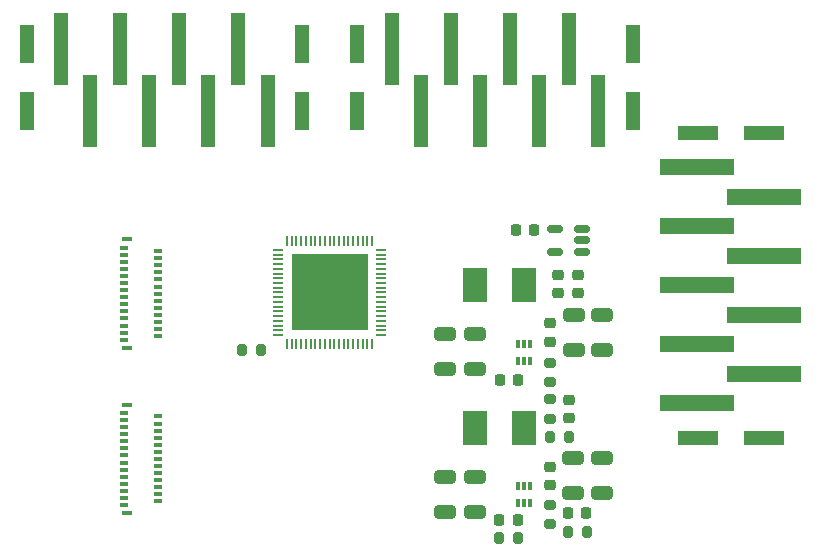
<source format=gbr>
%TF.GenerationSoftware,KiCad,Pcbnew,9.0.7*%
%TF.CreationDate,2026-02-19T01:58:27-08:00*%
%TF.ProjectId,matrix-driver,6d617472-6978-42d6-9472-697665722e6b,rev?*%
%TF.SameCoordinates,Original*%
%TF.FileFunction,Paste,Top*%
%TF.FilePolarity,Positive*%
%FSLAX46Y46*%
G04 Gerber Fmt 4.6, Leading zero omitted, Abs format (unit mm)*
G04 Created by KiCad (PCBNEW 9.0.7) date 2026-02-19 01:58:27*
%MOMM*%
%LPD*%
G01*
G04 APERTURE LIST*
G04 Aperture macros list*
%AMRoundRect*
0 Rectangle with rounded corners*
0 $1 Rounding radius*
0 $2 $3 $4 $5 $6 $7 $8 $9 X,Y pos of 4 corners*
0 Add a 4 corners polygon primitive as box body*
4,1,4,$2,$3,$4,$5,$6,$7,$8,$9,$2,$3,0*
0 Add four circle primitives for the rounded corners*
1,1,$1+$1,$2,$3*
1,1,$1+$1,$4,$5*
1,1,$1+$1,$6,$7*
1,1,$1+$1,$8,$9*
0 Add four rect primitives between the rounded corners*
20,1,$1+$1,$2,$3,$4,$5,0*
20,1,$1+$1,$4,$5,$6,$7,0*
20,1,$1+$1,$6,$7,$8,$9,0*
20,1,$1+$1,$8,$9,$2,$3,0*%
G04 Aperture macros list end*
%ADD10C,0.000000*%
%ADD11RoundRect,0.225000X0.225000X0.250000X-0.225000X0.250000X-0.225000X-0.250000X0.225000X-0.250000X0*%
%ADD12RoundRect,0.225000X0.250000X-0.225000X0.250000X0.225000X-0.250000X0.225000X-0.250000X-0.225000X0*%
%ADD13RoundRect,0.225000X-0.225000X-0.250000X0.225000X-0.250000X0.225000X0.250000X-0.225000X0.250000X0*%
%ADD14R,2.057400X2.844800*%
%ADD15R,6.299200X1.397000*%
%ADD16R,3.403600X1.295400*%
%ADD17RoundRect,0.200000X0.275000X-0.200000X0.275000X0.200000X-0.275000X0.200000X-0.275000X-0.200000X0*%
%ADD18RoundRect,0.150000X0.512500X0.150000X-0.512500X0.150000X-0.512500X-0.150000X0.512500X-0.150000X0*%
%ADD19R,1.295400X6.197600*%
%ADD20R,1.193800X3.302000*%
%ADD21RoundRect,0.200000X0.200000X0.275000X-0.200000X0.275000X-0.200000X-0.275000X0.200000X-0.275000X0*%
%ADD22RoundRect,0.225000X-0.250000X0.225000X-0.250000X-0.225000X0.250000X-0.225000X0.250000X0.225000X0*%
%ADD23RoundRect,0.087500X-0.087500X0.250000X-0.087500X-0.250000X0.087500X-0.250000X0.087500X0.250000X0*%
%ADD24RoundRect,0.250000X-0.650000X0.325000X-0.650000X-0.325000X0.650000X-0.325000X0.650000X0.325000X0*%
%ADD25R,0.800000X0.300000*%
%ADD26R,0.650000X0.300000*%
%ADD27R,0.950000X0.400000*%
%ADD28RoundRect,0.250000X0.650000X-0.325000X0.650000X0.325000X-0.650000X0.325000X-0.650000X-0.325000X0*%
%ADD29R,0.909599X0.204000*%
%ADD30R,0.204000X0.909599*%
%ADD31R,6.400800X6.400800*%
G04 APERTURE END LIST*
D10*
%TO.C,U2*%
G36*
X128979760Y-116299601D02*
G01*
X128979760Y-117379760D01*
X127899601Y-117379760D01*
X127899600Y-116299600D01*
X128979760Y-116299601D01*
G37*
G36*
X128979760Y-118659920D02*
G01*
X127899601Y-118659920D01*
X127899600Y-117579760D01*
X128979761Y-117579760D01*
X128979760Y-118659920D01*
G37*
G36*
X128979760Y-119940080D02*
G01*
X127899600Y-119940080D01*
X127899600Y-118859920D01*
X128979760Y-118859920D01*
X128979760Y-119940080D01*
G37*
G36*
X128979761Y-121220240D02*
G01*
X127899600Y-121220240D01*
X127899601Y-120140080D01*
X128979760Y-120140080D01*
X128979761Y-121220240D01*
G37*
G36*
X128979760Y-122500399D02*
G01*
X127899600Y-122500400D01*
X127899601Y-121420240D01*
X128979760Y-121420240D01*
X128979760Y-122500399D01*
G37*
G36*
X130259920Y-116299601D02*
G01*
X130259920Y-117379760D01*
X129179760Y-117379761D01*
X129179760Y-116299600D01*
X130259920Y-116299601D01*
G37*
G36*
X130259920Y-118659920D02*
G01*
X129179760Y-118659919D01*
X129179760Y-117579760D01*
X130259919Y-117579760D01*
X130259920Y-118659920D01*
G37*
G36*
X130259920Y-119940080D02*
G01*
X129179760Y-119940080D01*
X129179760Y-118859920D01*
X130259920Y-118859920D01*
X130259920Y-119940080D01*
G37*
G36*
X130259919Y-121220240D02*
G01*
X129179760Y-121220240D01*
X129179760Y-120140081D01*
X130259920Y-120140080D01*
X130259919Y-121220240D01*
G37*
G36*
X130259920Y-121420240D02*
G01*
X130259920Y-122500399D01*
X129179760Y-122500400D01*
X129179760Y-121420239D01*
X130259920Y-121420240D01*
G37*
G36*
X131540080Y-117379760D02*
G01*
X130459920Y-117379760D01*
X130459920Y-116299600D01*
X131540080Y-116299600D01*
X131540080Y-117379760D01*
G37*
G36*
X131540080Y-118659920D02*
G01*
X130459920Y-118659920D01*
X130459920Y-117579760D01*
X131540080Y-117579760D01*
X131540080Y-118659920D01*
G37*
G36*
X131540080Y-119940080D02*
G01*
X130459920Y-119940080D01*
X130459920Y-118859920D01*
X131540080Y-118859920D01*
X131540080Y-119940080D01*
G37*
G36*
X131540080Y-121220240D02*
G01*
X130459920Y-121220240D01*
X130459920Y-120140080D01*
X131540080Y-120140080D01*
X131540080Y-121220240D01*
G37*
G36*
X131540080Y-122500400D02*
G01*
X130459920Y-122500400D01*
X130459920Y-121420240D01*
X131540080Y-121420240D01*
X131540080Y-122500400D01*
G37*
G36*
X132820240Y-117379761D02*
G01*
X131740080Y-117379760D01*
X131740080Y-116299601D01*
X132820240Y-116299600D01*
X132820240Y-117379761D01*
G37*
G36*
X132820240Y-119940080D02*
G01*
X131740080Y-119940080D01*
X131740080Y-118859920D01*
X132820240Y-118859920D01*
X132820240Y-119940080D01*
G37*
G36*
X132820240Y-120140081D02*
G01*
X132820240Y-121220240D01*
X131740081Y-121220240D01*
X131740080Y-120140080D01*
X132820240Y-120140081D01*
G37*
G36*
X132820240Y-122500400D02*
G01*
X131740080Y-122500399D01*
X131740080Y-121420240D01*
X132820240Y-121420239D01*
X132820240Y-122500400D01*
G37*
G36*
X132820240Y-118659919D02*
G01*
X131740080Y-118659920D01*
X131740081Y-117579760D01*
X132820240Y-117579760D01*
X132820240Y-118659919D01*
G37*
G36*
X134100399Y-118659920D02*
G01*
X133020240Y-118659920D01*
X133020239Y-117579760D01*
X134100400Y-117579760D01*
X134100399Y-118659920D01*
G37*
G36*
X134100399Y-117379760D02*
G01*
X133020240Y-117379760D01*
X133020240Y-116299601D01*
X134100400Y-116299600D01*
X134100399Y-117379760D01*
G37*
G36*
X134100400Y-119940080D02*
G01*
X133020240Y-119940080D01*
X133020240Y-118859920D01*
X134100400Y-118859920D01*
X134100400Y-119940080D01*
G37*
G36*
X134100400Y-121220240D02*
G01*
X133020239Y-121220240D01*
X133020240Y-120140080D01*
X134100399Y-120140080D01*
X134100400Y-121220240D01*
G37*
G36*
X134100400Y-122500400D02*
G01*
X133020240Y-122500399D01*
X133020240Y-121420240D01*
X134100399Y-121420240D01*
X134100400Y-122500400D01*
G37*
%TD*%
D11*
%TO.C,C14*%
X151200000Y-138100000D03*
X152750000Y-138100000D03*
%TD*%
D12*
%TO.C,C7*%
X151309800Y-128500000D03*
X151309800Y-130050000D03*
%TD*%
D13*
%TO.C,C8*%
X146925000Y-138650000D03*
X145375000Y-138650000D03*
%TD*%
D14*
%TO.C,L2*%
X147440200Y-130850000D03*
X143300000Y-130850000D03*
%TD*%
%TO.C,L1*%
X147490200Y-118800000D03*
X143350000Y-118800000D03*
%TD*%
D15*
%TO.C,J1*%
X162100000Y-108800000D03*
X167800002Y-111300122D03*
X162100000Y-113800244D03*
X167800002Y-116300366D03*
X162100000Y-118800488D03*
X167800002Y-121300610D03*
X162100000Y-123800732D03*
X167800002Y-126300854D03*
X162100000Y-128800976D03*
D16*
X167800002Y-131700488D03*
X167800002Y-105900488D03*
X162200003Y-131700513D03*
X162200003Y-105900463D03*
%TD*%
D17*
%TO.C,R3*%
X149700000Y-127000000D03*
X149700000Y-125350000D03*
%TD*%
D18*
%TO.C,IC1*%
X152362500Y-115950000D03*
X152362500Y-115000000D03*
X152362500Y-114050000D03*
X150087500Y-114050000D03*
X150087500Y-115950000D03*
%TD*%
D19*
%TO.C,J2*%
X108250000Y-98805700D03*
X110750000Y-104005700D03*
X113250000Y-98805700D03*
X115750000Y-104005700D03*
X118250000Y-98805700D03*
X120750000Y-104005700D03*
X123250000Y-98805700D03*
X125750000Y-104005700D03*
D20*
X105350000Y-98405701D03*
X128650000Y-98405701D03*
X105350000Y-104005700D03*
X128650000Y-104005700D03*
%TD*%
D21*
%TO.C,R4*%
X146975000Y-140200000D03*
X145325000Y-140200000D03*
%TD*%
D22*
%TO.C,C17*%
X152000000Y-117900000D03*
X152000000Y-119450000D03*
%TD*%
D13*
%TO.C,C1*%
X145440200Y-126800000D03*
X146990200Y-126800000D03*
%TD*%
D23*
%TO.C,U1*%
X147990200Y-123787500D03*
X147490200Y-123787500D03*
X146990200Y-123787500D03*
X146990200Y-125212500D03*
X147490200Y-125212500D03*
X147990200Y-125212500D03*
%TD*%
D24*
%TO.C,C2*%
X154100000Y-121350000D03*
X154100000Y-124300000D03*
%TD*%
D17*
%TO.C,R6*%
X149650000Y-139025000D03*
X149650000Y-137375000D03*
%TD*%
D22*
%TO.C,C4*%
X149700000Y-122025000D03*
X149700000Y-123575000D03*
%TD*%
D25*
%TO.C,J3*%
X113608200Y-115600000D03*
D26*
X116483200Y-115900000D03*
D25*
X113608200Y-116200000D03*
D26*
X116483200Y-116500000D03*
D25*
X113608200Y-116800000D03*
D26*
X116483200Y-117100000D03*
D25*
X113608200Y-117400000D03*
D26*
X116483200Y-117700000D03*
D25*
X113608200Y-118000000D03*
D26*
X116483200Y-118300000D03*
D25*
X113608200Y-118600000D03*
D26*
X116483200Y-118900000D03*
D25*
X113608200Y-119200000D03*
D26*
X116483200Y-119500000D03*
D25*
X113608200Y-119800000D03*
D26*
X116483200Y-120100000D03*
D25*
X113608200Y-120400000D03*
D26*
X116483200Y-120700000D03*
D25*
X113608200Y-121000000D03*
D26*
X116483200Y-121300000D03*
D25*
X113608200Y-121600000D03*
D26*
X116483200Y-121900000D03*
D25*
X113608200Y-122200000D03*
D26*
X116483200Y-122500000D03*
D25*
X113608200Y-122800000D03*
D26*
X116483200Y-123100000D03*
D25*
X113608200Y-123400000D03*
D27*
X113883200Y-114900000D03*
X113883200Y-124100000D03*
%TD*%
D19*
%TO.C,J5*%
X136250000Y-98805700D03*
X138750000Y-104005700D03*
X141250000Y-98805700D03*
X143750000Y-104005700D03*
X146250000Y-98805700D03*
X148750000Y-104005700D03*
X151250000Y-98805700D03*
X153750000Y-104005700D03*
D20*
X133350000Y-98405701D03*
X156650000Y-98405701D03*
X133350000Y-104005700D03*
X156650000Y-104005700D03*
%TD*%
D28*
%TO.C,C13*%
X143300000Y-137975000D03*
X143300000Y-135025000D03*
%TD*%
D24*
%TO.C,C3*%
X151700000Y-121350000D03*
X151700000Y-124300000D03*
%TD*%
D17*
%TO.C,R2*%
X149700000Y-130100000D03*
X149700000Y-128450000D03*
%TD*%
D11*
%TO.C,C19*%
X148300000Y-114100000D03*
X146750000Y-114100000D03*
%TD*%
D22*
%TO.C,C11*%
X149650000Y-135700000D03*
X149650000Y-134150000D03*
%TD*%
D28*
%TO.C,C12*%
X140800000Y-137975000D03*
X140800000Y-135025000D03*
%TD*%
D21*
%TO.C,R1*%
X151300000Y-131600000D03*
X149650000Y-131600000D03*
%TD*%
%TO.C,R7*%
X125200000Y-124300000D03*
X123550000Y-124300000D03*
%TD*%
D29*
%TO.C,U2*%
X126608200Y-115800000D03*
X126608199Y-116200001D03*
X126608200Y-116600001D03*
X126608200Y-117000000D03*
X126608200Y-117400002D03*
X126608200Y-117800000D03*
X126608200Y-118199999D03*
X126608200Y-118599998D03*
X126608199Y-119000001D03*
X126608199Y-119400000D03*
X126608199Y-119799999D03*
X126608200Y-120200002D03*
X126608200Y-120600001D03*
X126608200Y-121000000D03*
X126608200Y-121399998D03*
X126608200Y-121800000D03*
X126608200Y-122199999D03*
X126608199Y-122599999D03*
X126608200Y-123000000D03*
D30*
X127400000Y-123791800D03*
X127800001Y-123791801D03*
X128200001Y-123791800D03*
X128600000Y-123791800D03*
X128999999Y-123791800D03*
X129400000Y-123791800D03*
X129799999Y-123791800D03*
X130199998Y-123791800D03*
X130600001Y-123791801D03*
X131000000Y-123791801D03*
X131399999Y-123791801D03*
X131800002Y-123791800D03*
X132200001Y-123791800D03*
X132600000Y-123791800D03*
X132999998Y-123791800D03*
X133400000Y-123791800D03*
X133799999Y-123791800D03*
X134199999Y-123791801D03*
X134600000Y-123791800D03*
D29*
X135391800Y-123000000D03*
X135391801Y-122599999D03*
X135391800Y-122199999D03*
X135391800Y-121800000D03*
X135391800Y-121400001D03*
X135391800Y-121000000D03*
X135391800Y-120600001D03*
X135391800Y-120200002D03*
X135391801Y-119799999D03*
X135391801Y-119400000D03*
X135391801Y-119000001D03*
X135391800Y-118599998D03*
X135391800Y-118199999D03*
X135391800Y-117800000D03*
X135391800Y-117400002D03*
X135391800Y-117000000D03*
X135391800Y-116600001D03*
X135391801Y-116200001D03*
X135391800Y-115800000D03*
D30*
X134600000Y-115008200D03*
X134199999Y-115008199D03*
X133799999Y-115008200D03*
X133400000Y-115008200D03*
X133000001Y-115008200D03*
X132600000Y-115008200D03*
X132200001Y-115008200D03*
X131800002Y-115008200D03*
X131399999Y-115008199D03*
X131000000Y-115008199D03*
X130600001Y-115008199D03*
X130199998Y-115008200D03*
X129799999Y-115008200D03*
X129400000Y-115008200D03*
X129000002Y-115008200D03*
X128600000Y-115008200D03*
X128200001Y-115008200D03*
X127800001Y-115008199D03*
X127400000Y-115008200D03*
D31*
X131000000Y-119400000D03*
%TD*%
D23*
%TO.C,U3*%
X147950000Y-135787500D03*
X147450000Y-135787500D03*
X146950000Y-135787500D03*
X146950000Y-137212500D03*
X147450000Y-137212500D03*
X147950000Y-137212500D03*
%TD*%
D28*
%TO.C,C6*%
X140790200Y-125875000D03*
X140790200Y-122925000D03*
%TD*%
D22*
%TO.C,C18*%
X150300000Y-117900000D03*
X150300000Y-119450000D03*
%TD*%
D25*
%TO.C,J4*%
X113578566Y-129600000D03*
D26*
X116453566Y-129900000D03*
D25*
X113578566Y-130200000D03*
D26*
X116453566Y-130500000D03*
D25*
X113578566Y-130800000D03*
D26*
X116453566Y-131100000D03*
D25*
X113578566Y-131400000D03*
D26*
X116453566Y-131700000D03*
D25*
X113578566Y-132000000D03*
D26*
X116453566Y-132300000D03*
D25*
X113578566Y-132600000D03*
D26*
X116453566Y-132900000D03*
D25*
X113578566Y-133200000D03*
D26*
X116453566Y-133500000D03*
D25*
X113578566Y-133800000D03*
D26*
X116453566Y-134100000D03*
D25*
X113578566Y-134400000D03*
D26*
X116453566Y-134700000D03*
D25*
X113578566Y-135000000D03*
D26*
X116453566Y-135300000D03*
D25*
X113578566Y-135600000D03*
D26*
X116453566Y-135900000D03*
D25*
X113578566Y-136200000D03*
D26*
X116453566Y-136500000D03*
D25*
X113578566Y-136800000D03*
D26*
X116453566Y-137100000D03*
D25*
X113578566Y-137400000D03*
D27*
X113853566Y-128900000D03*
X113853566Y-138100000D03*
%TD*%
D24*
%TO.C,C10*%
X151650000Y-136400000D03*
X151650000Y-133450000D03*
%TD*%
D21*
%TO.C,R5*%
X152800000Y-139700000D03*
X151150000Y-139700000D03*
%TD*%
D24*
%TO.C,C9*%
X154050000Y-136400000D03*
X154050000Y-133450000D03*
%TD*%
D28*
%TO.C,C5*%
X143290200Y-125875000D03*
X143290200Y-122925000D03*
%TD*%
M02*

</source>
